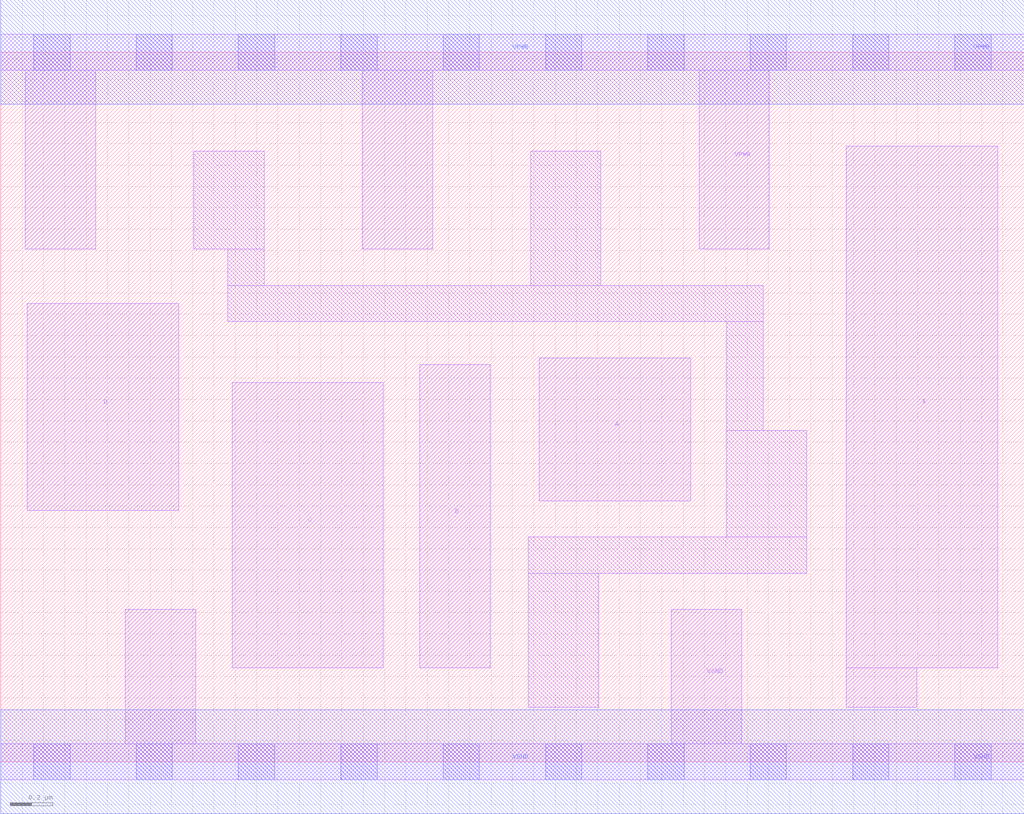
<source format=lef>
# Copyright 2020 The SkyWater PDK Authors
#
# Licensed under the Apache License, Version 2.0 (the "License");
# you may not use this file except in compliance with the License.
# You may obtain a copy of the License at
#
#     https://www.apache.org/licenses/LICENSE-2.0
#
# Unless required by applicable law or agreed to in writing, software
# distributed under the License is distributed on an "AS IS" BASIS,
# WITHOUT WARRANTIES OR CONDITIONS OF ANY KIND, either express or implied.
# See the License for the specific language governing permissions and
# limitations under the License.
#
# SPDX-License-Identifier: Apache-2.0

VERSION 5.7 ;
  NAMESCASESENSITIVE ON ;
  NOWIREEXTENSIONATPIN ON ;
  DIVIDERCHAR "/" ;
  BUSBITCHARS "[]" ;
UNITS
  DATABASE MICRONS 200 ;
END UNITS
MACRO sky130_fd_sc_lp__and4_lp
  CLASS CORE ;
  SOURCE USER ;
  FOREIGN sky130_fd_sc_lp__and4_lp ;
  ORIGIN  0.000000  0.000000 ;
  SIZE  4.800000 BY  3.330000 ;
  SYMMETRY X Y R90 ;
  SITE unit ;
  PIN A
    ANTENNAGATEAREA  0.189000 ;
    DIRECTION INPUT ;
    USE SIGNAL ;
    PORT
      LAYER li1 ;
        RECT 2.525000 1.225000 3.235000 1.895000 ;
    END
  END A
  PIN B
    ANTENNAGATEAREA  0.189000 ;
    DIRECTION INPUT ;
    USE SIGNAL ;
    PORT
      LAYER li1 ;
        RECT 1.965000 0.440000 2.295000 1.865000 ;
    END
  END B
  PIN C
    ANTENNAGATEAREA  0.189000 ;
    DIRECTION INPUT ;
    USE SIGNAL ;
    PORT
      LAYER li1 ;
        RECT 1.085000 0.440000 1.795000 1.780000 ;
    END
  END C
  PIN D
    ANTENNAGATEAREA  0.189000 ;
    DIRECTION INPUT ;
    USE SIGNAL ;
    PORT
      LAYER li1 ;
        RECT 0.125000 1.180000 0.835000 2.150000 ;
    END
  END D
  PIN X
    ANTENNADIFFAREA  0.239400 ;
    DIRECTION OUTPUT ;
    USE SIGNAL ;
    PORT
      LAYER li1 ;
        RECT 3.965000 0.255000 4.295000 0.440000 ;
        RECT 3.965000 0.440000 4.675000 2.890000 ;
    END
  END X
  PIN VGND
    DIRECTION INOUT ;
    USE GROUND ;
    PORT
      LAYER li1 ;
        RECT 0.000000 -0.085000 4.800000 0.085000 ;
        RECT 0.585000  0.085000 0.915000 0.715000 ;
        RECT 3.145000  0.085000 3.475000 0.715000 ;
      LAYER mcon ;
        RECT 0.155000 -0.085000 0.325000 0.085000 ;
        RECT 0.635000 -0.085000 0.805000 0.085000 ;
        RECT 1.115000 -0.085000 1.285000 0.085000 ;
        RECT 1.595000 -0.085000 1.765000 0.085000 ;
        RECT 2.075000 -0.085000 2.245000 0.085000 ;
        RECT 2.555000 -0.085000 2.725000 0.085000 ;
        RECT 3.035000 -0.085000 3.205000 0.085000 ;
        RECT 3.515000 -0.085000 3.685000 0.085000 ;
        RECT 3.995000 -0.085000 4.165000 0.085000 ;
        RECT 4.475000 -0.085000 4.645000 0.085000 ;
      LAYER met1 ;
        RECT 0.000000 -0.245000 4.800000 0.245000 ;
    END
  END VGND
  PIN VPWR
    DIRECTION INOUT ;
    USE POWER ;
    PORT
      LAYER li1 ;
        RECT 0.000000 3.245000 4.800000 3.415000 ;
        RECT 0.115000 2.405000 0.445000 3.245000 ;
        RECT 1.695000 2.405000 2.025000 3.245000 ;
        RECT 3.275000 2.405000 3.605000 3.245000 ;
      LAYER mcon ;
        RECT 0.155000 3.245000 0.325000 3.415000 ;
        RECT 0.635000 3.245000 0.805000 3.415000 ;
        RECT 1.115000 3.245000 1.285000 3.415000 ;
        RECT 1.595000 3.245000 1.765000 3.415000 ;
        RECT 2.075000 3.245000 2.245000 3.415000 ;
        RECT 2.555000 3.245000 2.725000 3.415000 ;
        RECT 3.035000 3.245000 3.205000 3.415000 ;
        RECT 3.515000 3.245000 3.685000 3.415000 ;
        RECT 3.995000 3.245000 4.165000 3.415000 ;
        RECT 4.475000 3.245000 4.645000 3.415000 ;
      LAYER met1 ;
        RECT 0.000000 3.085000 4.800000 3.575000 ;
    END
  END VPWR
  OBS
    LAYER li1 ;
      RECT 0.905000 2.405000 1.235000 2.865000 ;
      RECT 1.065000 2.065000 3.575000 2.235000 ;
      RECT 1.065000 2.235000 1.235000 2.405000 ;
      RECT 2.475000 0.255000 2.805000 0.885000 ;
      RECT 2.475000 0.885000 3.780000 1.055000 ;
      RECT 2.485000 2.235000 2.815000 2.865000 ;
      RECT 3.405000 1.055000 3.780000 1.555000 ;
      RECT 3.405000 1.555000 3.575000 2.065000 ;
  END
END sky130_fd_sc_lp__and4_lp

</source>
